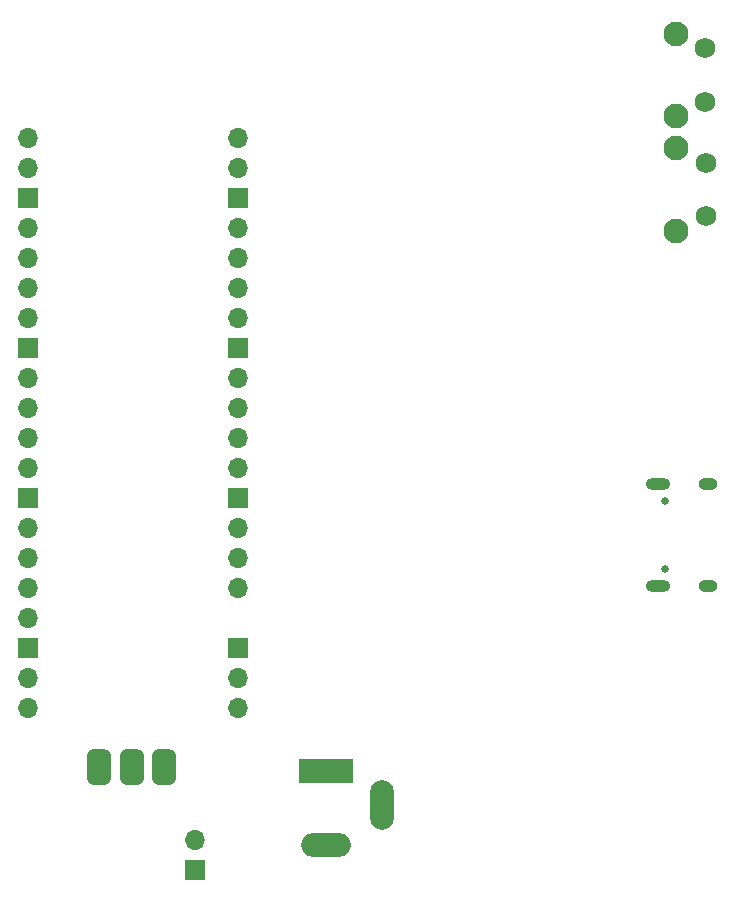
<source format=gbr>
%TF.GenerationSoftware,KiCad,Pcbnew,7.0.1*%
%TF.CreationDate,2023-06-27T14:48:06+02:00*%
%TF.ProjectId,micromirror-board-controller,6d696372-6f6d-4697-9272-6f722d626f61,rev?*%
%TF.SameCoordinates,Original*%
%TF.FileFunction,Soldermask,Bot*%
%TF.FilePolarity,Negative*%
%FSLAX46Y46*%
G04 Gerber Fmt 4.6, Leading zero omitted, Abs format (unit mm)*
G04 Created by KiCad (PCBNEW 7.0.1) date 2023-06-27 14:48:06*
%MOMM*%
%LPD*%
G01*
G04 APERTURE LIST*
G04 Aperture macros list*
%AMRoundRect*
0 Rectangle with rounded corners*
0 $1 Rounding radius*
0 $2 $3 $4 $5 $6 $7 $8 $9 X,Y pos of 4 corners*
0 Add a 4 corners polygon primitive as box body*
4,1,4,$2,$3,$4,$5,$6,$7,$8,$9,$2,$3,0*
0 Add four circle primitives for the rounded corners*
1,1,$1+$1,$2,$3*
1,1,$1+$1,$4,$5*
1,1,$1+$1,$6,$7*
1,1,$1+$1,$8,$9*
0 Add four rect primitives between the rounded corners*
20,1,$1+$1,$2,$3,$4,$5,0*
20,1,$1+$1,$4,$5,$6,$7,0*
20,1,$1+$1,$6,$7,$8,$9,0*
20,1,$1+$1,$8,$9,$2,$3,0*%
G04 Aperture macros list end*
%ADD10R,4.600000X2.000000*%
%ADD11O,4.200000X2.000000*%
%ADD12O,2.000000X4.200000*%
%ADD13R,1.700000X1.700000*%
%ADD14O,1.700000X1.700000*%
%ADD15C,2.100000*%
%ADD16C,1.750000*%
%ADD17C,0.650000*%
%ADD18O,2.100000X1.000000*%
%ADD19O,1.600000X1.000000*%
%ADD20RoundRect,0.500000X0.500000X-1.000000X0.500000X1.000000X-0.500000X1.000000X-0.500000X-1.000000X0*%
G04 APERTURE END LIST*
D10*
%TO.C,J1*%
X154100000Y-123150000D03*
D11*
X154100000Y-129450000D03*
D12*
X158900000Y-126050000D03*
%TD*%
D13*
%TO.C,J5*%
X143035000Y-131605000D03*
D14*
X143035000Y-129065000D03*
%TD*%
D15*
%TO.C,SW1*%
X183797500Y-70475000D03*
X183797500Y-77485000D03*
D16*
X186287500Y-71725000D03*
X186287500Y-76225000D03*
%TD*%
D15*
%TO.C,SW2*%
X183760000Y-60750000D03*
X183760000Y-67760000D03*
D16*
X186250000Y-62000000D03*
X186250000Y-66500000D03*
%TD*%
D14*
%TO.C,U1*%
X146640000Y-117880000D03*
X146640000Y-115340000D03*
D13*
X146640000Y-112800000D03*
D14*
X146640000Y-107720000D03*
X146640000Y-105180000D03*
X146640000Y-102640000D03*
D13*
X146640000Y-100100000D03*
D14*
X146640000Y-97560000D03*
X146640000Y-95020000D03*
X146640000Y-92480000D03*
X146640000Y-89940000D03*
D13*
X146640000Y-87400000D03*
D14*
X146640000Y-84860000D03*
X146640000Y-82320000D03*
X146640000Y-79780000D03*
X146640000Y-77240000D03*
D13*
X146640000Y-74700000D03*
D14*
X146640000Y-72160000D03*
X146640000Y-69620000D03*
X128860000Y-69620000D03*
X128860000Y-72160000D03*
D13*
X128860000Y-74700000D03*
D14*
X128860000Y-77240000D03*
X128860000Y-79780000D03*
X128860000Y-82320000D03*
X128860000Y-84860000D03*
D13*
X128860000Y-87400000D03*
D14*
X128860000Y-89940000D03*
X128860000Y-92480000D03*
X128860000Y-95020000D03*
X128860000Y-97560000D03*
D13*
X128860000Y-100100000D03*
D14*
X128860000Y-102640000D03*
X128860000Y-105180000D03*
X128860000Y-107720000D03*
X128860000Y-110260000D03*
D13*
X128860000Y-112800000D03*
D14*
X128860000Y-115340000D03*
X128860000Y-117880000D03*
%TD*%
D17*
%TO.C,J6*%
X182800000Y-106090000D03*
X182800000Y-100310000D03*
D18*
X182270000Y-107520000D03*
D19*
X186450000Y-107520000D03*
D18*
X182270000Y-98880000D03*
D19*
X186450000Y-98880000D03*
%TD*%
D20*
%TO.C,U3*%
X140420000Y-122815000D03*
X137670000Y-122815000D03*
X134920000Y-122815000D03*
%TD*%
M02*

</source>
